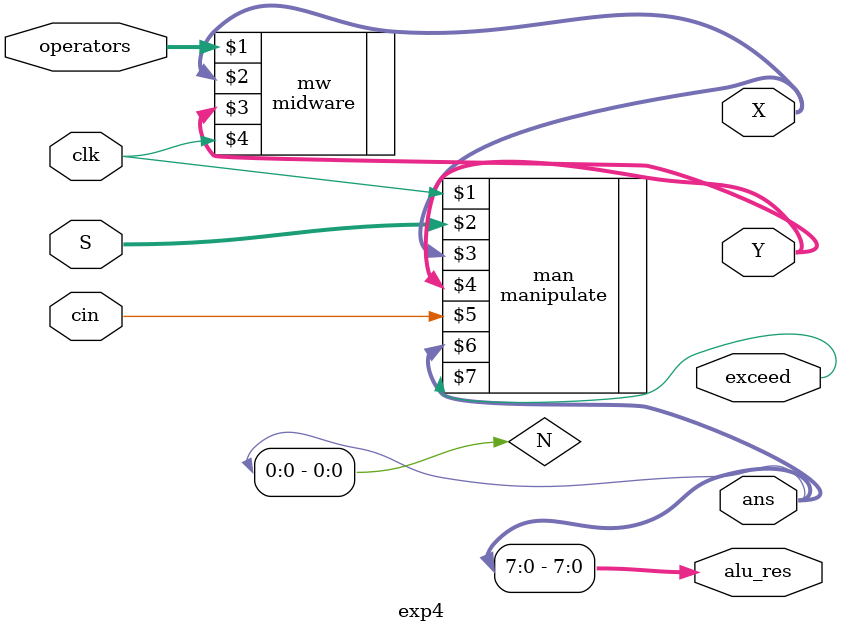
<source format=v>
module exp4(
	input clk,
	input [2:0]S,
	input cin,
	//input [3:0] KEY_R,
	input [15:0] operators,
	output exceed,
	//output [3:0] KEY_C = 4'b0111,
	output [15:0] ans,
	//output [31:0] N,
	//output [7:0] codeout,
	//output [2:0] sel,
	output [7:0] X,
	output [7:0] Y,
	output [7:0] alu_res
);
//wire clr;
//keymodule km(.clk(clk),.KEY_R(KEY_R),.KEY_C(KEY_C),.out(key_out),.clr(clr));
midware mw(operators,X,Y,clk);
assign N={X,Y,ans};
assign alu_res=ans[7:0];
//assign clr=( (S==3'b000)?1:0 );
//segment_displays sd(.clk(clk),.N(N),.seg(codeout),.sel(sel),.clr(clr));
manipulate man(clk,S,X,Y,cin,ans,exceed);
endmodule

</source>
